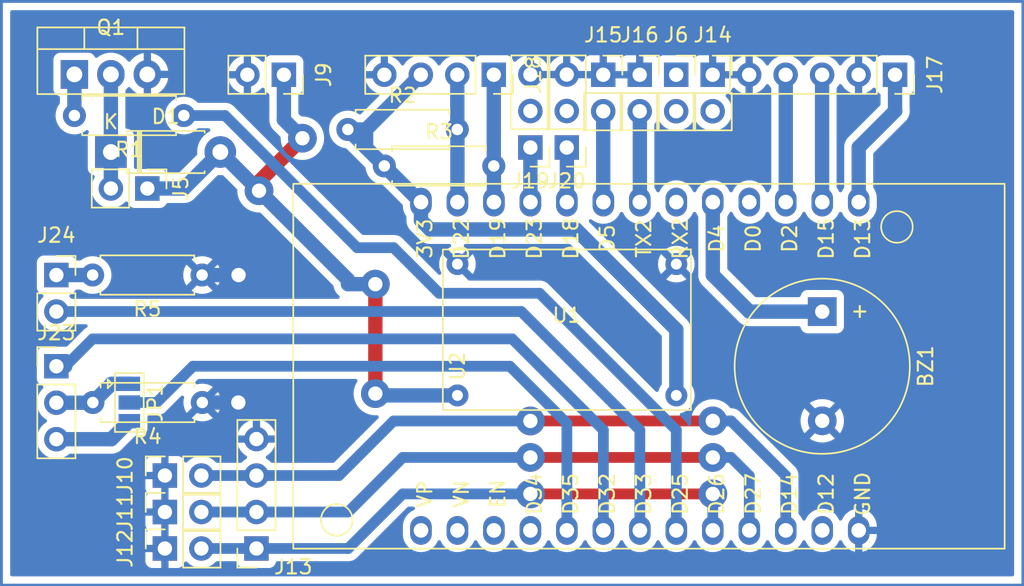
<source format=kicad_pcb>
(kicad_pcb (version 20211014) (generator pcbnew)
  (title_block (title "G4 Controller Board") (rev "1.0"))
  (layers (0 "F.Cu" signal) (31 "B.Cu" signal) (34 "B.Paste" user) (35 "F.Paste" user) (36 "B.SilkS" user "B.Silkscreen") (37 "F.SilkS" user "F.Silkscreen") (38 "B.Mask" user) (39 "F.Mask" user) (44 "Edge.Cuts" user))
  (net 0 "")
  (net 1 "/Buzzer")
  (net 2 "GND")
  (net 3 "Net-(D1-Pad1)")
  (net 4 "Net-(J6-Pad1)")
  (net 5 "Net-(J6-Pad2)")
  (net 6 "/Preset A")
  (net 7 "/Preset B")
  (net 8 "/Preset C")
  (net 9 "/RevTrg")
  (net 10 "/FireTrg")
  (net 11 "/MagTrg")
  (net 12 "/Encoder Switch")
  (net 13 "/Encoder B")
  (net 14 "/Encoder A")
  (net 15 "/SDA{slash}SDI (Data)")
  (net 16 "/SCL{slash}SCK (Clock)")
  (net 17 "+3V3")
  (net 18 "/ESC Right")
  (net 19 "/ESC Left")
  (net 21 "/IR Emitter")
  (net 22 "Net-(Q1-Pad1)")
  (net 23 "/PUSHER PIN")
  (net 24 "+12V")
  (net 29 "/IR Reciever")
  (net 33 "/IR Rec. Supply")
  (net 35 "Net-(J23-Pad2)")
  (net 36 "Net-(J23-Pad3)")
  (net 37 "Net-(J24-Pad1)")
  (footprint "Jumper:SolderJumper-3_P1.3mm_Open_Pad1.0x1.5mm" (layer "F.Cu") (at 101.615 90.155 -90)
    (fp_text reference "JP1" (at 0 -1.8 90) (layer "F.SilkS"))
    (fp_text value "Jumper_3_Bridged12")
    (fp_line (start -1.3 1.2) (end -1.6 1.5) (layer "F.SilkS") (width 0.12))
    (fp_line (start -1.3 1.2) (end -1 1.5) (layer "F.SilkS") (width 0.12))
    (fp_line (start -2.05 1) (end -2.05 -1) (layer "F.SilkS") (width 0.12))
    (fp_line (start -1.6 1.5) (end -1 1.5) (layer "F.SilkS") (width 0.12))
    (fp_line (start -2.05 -1) (end 2.05 -1) (layer "F.SilkS") (width 0.12))
    (fp_line (start 2.05 -1) (end 2.05 1) (layer "F.SilkS") (width 0.12))
    (fp_line (start 2.05 1) (end -2.05 1) (layer "F.SilkS") (width 0.12))
    (pad "1" smd rect (at -1.3 0 270) (size 1 1.5) (layers "B.Cu" "F.Mask") (net 35 "Net-(J23-Pad2)"))
    (pad "2" smd rect (at 0 0 270) (size 1 1.5) (layers "B.Cu" "F.Mask") (net 29 "/IR Reciever"))
    (pad "3" smd rect (at 1.3 0 270) (size 1 1.5) (layers "B.Cu" "F.Mask") (net 36 "Net-(J23-Pad3)"))
  )
  (footprint "Connector_PinHeader_2.54mm:PinHeader_1x03_P2.54mm_Vertical" (layer "F.Cu") (at 129.54 72.4 180)
    (fp_text reference "J19" (at 0 -2.33) (layer "F.SilkS"))
    (fp_text value "ESC Right")
    (fp_line (start -1.33 -1.33) (end 0 -1.33) (layer "F.SilkS") (width 0.12))
    (fp_line (start -1.33 0) (end -1.33 -1.33) (layer "F.SilkS") (width 0.12))
    (fp_line (start -1.33 1.27) (end 1.33 1.27) (layer "F.SilkS") (width 0.12))
    (fp_line (start -1.33 1.27) (end -1.33 6.41) (layer "F.SilkS") (width 0.12))
    (fp_line (start 1.33 1.27) (end 1.33 6.41) (layer "F.SilkS") (width 0.12))
    (fp_line (start -1.33 6.41) (end 1.33 6.41) (layer "F.SilkS") (width 0.12))
    (pad "1" thru_hole rect (at 0 0 180) (size 1.7 1.7) (drill 1) (layers *.Cu *.Mask) (net 18 "/ESC Right"))
    (pad "2" thru_hole oval (at 0 2.54 180) (size 1.7 1.7) (drill 1) (layers *.Cu *.Mask))
    (pad "3" thru_hole oval (at 0 5.08 180) (size 1.7 1.7) (drill 1) (layers *.Cu *.Mask) (net 2 "GND"))
  )
  (footprint "Connector_PinSocket_2.54mm:PinSocket_1x05_P2.54mm_Vertical" (layer "F.Cu") (at 154.93 67.335 -90)
    (fp_text reference "J17" (at 0 -2.77 90) (layer "F.SilkS"))
    (fp_text value "Rotary Encoder")
    (fp_line (start 1.33 1.27) (end 1.33 11.49) (layer "F.SilkS") (width 0.12))
    (fp_line (start -1.33 1.27) (end 1.33 1.27) (layer "F.SilkS") (width 0.12))
    (fp_line (start 1.33 -1.33) (end 1.33 0) (layer "F.SilkS") (width 0.12))
    (fp_line (start -1.33 1.27) (end -1.33 11.49) (layer "F.SilkS") (width 0.12))
    (fp_line (start -1.33 11.49) (end 1.33 11.49) (layer "F.SilkS") (width 0.12))
    (fp_line (start 0 -1.33) (end 1.33 -1.33) (layer "F.SilkS") (width 0.12))
    (pad "1" thru_hole rect (at 0 0 270) (size 1.7 1.7) (drill 1) (layers *.Cu *.Mask) (net 12 "/Encoder Switch"))
    (pad "2" thru_hole oval (at 0 2.54 270) (size 1.7 1.7) (drill 1) (layers *.Cu *.Mask) (net 2 "GND"))
    (pad "3" thru_hole oval (at 0 5.08 270) (size 1.7 1.7) (drill 1) (layers *.Cu *.Mask) (net 13 "/Encoder B"))
    (pad "4" thru_hole oval (at 0 7.62 270) (size 1.7 1.7) (drill 1) (layers *.Cu *.Mask) (net 14 "/Encoder A"))
    (pad "5" thru_hole oval (at 0 10.16 270) (size 1.7 1.7) (drill 1) (layers *.Cu *.Mask) (net 2 "GND"))
  )
  (footprint "Connector_PinSocket_2.54mm:PinSocket_1x02_P2.54mm_Vertical" (layer "F.Cu") (at 137.15 67.335)
    (fp_text reference "J16" (at 0 -2.77) (layer "F.SilkS"))
    (fp_text value "Magazine Removal Trigger")
    (fp_line (start -1.33 1.27) (end -1.33 3.87) (layer "F.SilkS") (width 0.12))
    (fp_line (start 1.33 1.27) (end 1.33 3.87) (layer "F.SilkS") (width 0.12))
    (fp_line (start 0 -1.33) (end 1.33 -1.33) (layer "F.SilkS") (width 0.12))
    (fp_line (start 1.33 -1.33) (end 1.33 0) (layer "F.SilkS") (width 0.12))
    (fp_line (start -1.33 1.27) (end 1.33 1.27) (layer "F.SilkS") (width 0.12))
    (fp_line (start -1.33 3.87) (end 1.33 3.87) (layer "F.SilkS") (width 0.12))
    (pad "1" thru_hole rect (at 0 0) (size 1.7 1.7) (drill 1) (layers *.Cu *.Mask) (net 2 "GND"))
    (pad "2" thru_hole oval (at 0 2.54) (size 1.7 1.7) (drill 1) (layers *.Cu *.Mask) (net 11 "/MagTrg"))
  )
  (footprint "Resistor_THT:R_Axial_DIN0207_L6.3mm_D2.5mm_P7.62mm_Horizontal" (layer "F.Cu") (at 119.37 73.685)
    (fp_text reference "R3" (at 3.81 -2.37) (layer "F.SilkS"))
    (fp_text value "2.4k Ohm")
    (fp_line (start 0.54 1.37) (end 7.08 1.37) (layer "F.SilkS") (width 0.12))
    (fp_line (start 0.54 1.04) (end 0.54 1.37) (layer "F.SilkS") (width 0.12))
    (fp_line (start 0.54 -1.04) (end 0.54 -1.37) (layer "F.SilkS") (width 0.12))
    (fp_line (start 0.54 -1.37) (end 7.08 -1.37) (layer "F.SilkS") (width 0.12))
    (fp_line (start 7.08 1.37) (end 7.08 1.04) (layer "F.SilkS") (width 0.12))
    (fp_line (start 7.08 -1.37) (end 7.08 -1.04) (layer "F.SilkS") (width 0.12))
    (pad "1" thru_hole circle (at 0 0) (size 1.6 1.6) (drill 0.8) (layers *.Cu *.Mask) (net 17 "+3V3"))
    (pad "2" thru_hole oval (at 7.62 0) (size 1.6 1.6) (drill 0.8) (layers *.Cu *.Mask) (net 15 "/SDA{slash}SDI (Data)"))
  )
  (footprint "Diode_THT:D_DO-41_SOD81_P7.62mm_Horizontal" (layer "F.Cu") (at 100.33 72.715)
    (fp_text reference "D1" (at 3.81 -2.47) (layer "F.SilkS"))
    (fp_text value "IN4001")
    (fp_text user "K" (at 0 -2.1) (layer "F.SilkS"))
    (fp_line (start 2.11 -1.47) (end 2.11 1.47) (layer "F.SilkS") (width 0.12))
    (fp_line (start 6.53 1.47) (end 6.53 1.34) (layer "F.SilkS") (width 0.12))
    (fp_line (start 1.87 -1.47) (end 1.87 1.47) (layer "F.SilkS") (width 0.12))
    (fp_line (start 1.09 -1.47) (end 6.53 -1.47) (layer "F.SilkS") (width 0.12))
    (fp_line (start 1.99 -1.47) (end 1.99 1.47) (layer "F.SilkS") (width 0.12))
    (fp_line (start 1.09 -1.34) (end 1.09 -1.47) (layer "F.SilkS") (width 0.12))
    (fp_line (start 6.53 -1.47) (end 6.53 -1.34) (layer "F.SilkS") (width 0.12))
    (fp_line (start 1.09 1.34) (end 1.09 1.47) (layer "F.SilkS") (width 0.12))
    (fp_line (start 1.09 1.47) (end 6.53 1.47) (layer "F.SilkS") (width 0.12))
    (pad "1" thru_hole rect (at 0 0) (size 2.2 2.2) (drill 1.1) (layers *.Cu *.Mask) (net 3 "Net-(D1-Pad1)"))
    (pad "2" thru_hole oval (at 7.62 0) (size 2.2 2.2) (drill 1.1) (layers *.Cu *.Mask) (net 24 "+12V"))
  )
  (footprint "Connector_PinSocket_2.54mm:PinSocket_1x02_P2.54mm_Vertical" (layer "F.Cu") (at 96.535 81.28)
    (fp_text reference "J24" (at 0 -2.77) (layer "F.SilkS"))
    (fp_text value "IR LED Emitter")
    (fp_line (start 0 -1.33) (end 1.33 -1.33) (layer "F.SilkS") (width 0.12))
    (fp_line (start -1.33 1.27) (end -1.33 3.87) (layer "F.SilkS") (width 0.12))
    (fp_line (start -1.33 1.27) (end 1.33 1.27) (layer "F.SilkS") (width 0.12))
    (fp_line (start 1.33 -1.33) (end 1.33 0) (layer "F.SilkS") (width 0.12))
    (fp_line (start -1.33 3.87) (end 1.33 3.87) (layer "F.SilkS") (width 0.12))
    (fp_line (start 1.33 1.27) (end 1.33 3.87) (layer "F.SilkS") (width 0.12))
    (pad "1" thru_hole rect (at 0 0) (size 1.7 1.7) (drill 1) (layers *.Cu *.Mask) (net 37 "Net-(J24-Pad1)"))
    (pad "2" thru_hole oval (at 0 2.54) (size 1.7 1.7) (drill 1) (layers *.Cu *.Mask) (net 21 "/IR Emitter"))
  )
  (footprint "Connector_PinSocket_2.54mm:PinSocket_1x02_P2.54mm_Vertical" (layer "F.Cu") (at 112.375 67.335 -90)
    (fp_text reference "J9" (at 0 -2.77 90) (layer "F.SilkS"))
    (fp_text value "12 Volts In")
    (fp_line (start 0 -1.33) (end 1.33 -1.33) (layer "F.SilkS") (width 0.12))
    (fp_line (start -1.33 1.27) (end 1.33 1.27) (layer "F.SilkS") (width 0.12))
    (fp_line (start 1.33 1.27) (end 1.33 3.87) (layer "F.SilkS") (width 0.12))
    (fp_line (start -1.33 1.27) (end -1.33 3.87) (layer "F.SilkS") (width 0.12))
    (fp_line (start -1.33 3.87) (end 1.33 3.87) (layer "F.SilkS") (width 0.12))
    (fp_line (start 1.33 -1.33) (end 1.33 0) (layer "F.SilkS") (width 0.12))
    (pad "1" thru_hole rect (at 0 0 270) (size 1.7 1.7) (drill 1) (layers *.Cu *.Mask) (net 24 "+12V"))
    (pad "2" thru_hole oval (at 0 2.54 270) (size 1.7 1.7) (drill 1) (layers *.Cu *.Mask) (net 2 "GND"))
  )
  (footprint "Connector_PinSocket_2.54mm:PinSocket_1x02_P2.54mm_Vertical" (layer "F.Cu") (at 104.09 95.24 90)
    (fp_text reference "J10" (at 0 -2.77 90) (layer "F.SilkS"))
    (fp_text value "Preset A")
    (fp_line (start 1.33 -1.33) (end 1.33 0) (layer "F.SilkS") (width 0.12))
    (fp_line (start -1.33 1.27) (end 1.33 1.27) (layer "F.SilkS") (width 0.12))
    (fp_line (start 0 -1.33) (end 1.33 -1.33) (layer "F.SilkS") (width 0.12))
    (fp_line (start 1.33 1.27) (end 1.33 3.87) (layer "F.SilkS") (width 0.12))
    (fp_line (start -1.33 1.27) (end -1.33 3.87) (layer "F.SilkS") (width 0.12))
    (fp_line (start -1.33 3.87) (end 1.33 3.87) (layer "F.SilkS") (width 0.12))
    (pad "1" thru_hole rect (at 0 0 90) (size 1.7 1.7) (drill 1) (layers *.Cu *.Mask) (net 2 "GND"))
    (pad "2" thru_hole oval (at 0 2.54 90) (size 1.7 1.7) (drill 1) (layers *.Cu *.Mask) (net 6 "/Preset A"))
  )
  (footprint "Connector_PinSocket_2.54mm:PinSocket_1x02_P2.54mm_Vertical" (layer "F.Cu") (at 134.61 67.335)
    (fp_text reference "J15" (at 0 -2.77) (layer "F.SilkS"))
    (fp_text value "Fire Trigger")
    (fp_line (start 1.33 1.27) (end 1.33 3.87) (layer "F.SilkS") (width 0.12))
    (fp_line (start 1.33 -1.33) (end 1.33 0) (layer "F.SilkS") (width 0.12))
    (fp_line (start -1.33 3.87) (end 1.33 3.87) (layer "F.SilkS") (width 0.12))
    (fp_line (start -1.33 1.27) (end -1.33 3.87) (layer "F.SilkS") (width 0.12))
    (fp_line (start 0 -1.33) (end 1.33 -1.33) (layer "F.SilkS") (width 0.12))
    (fp_line (start -1.33 1.27) (end 1.33 1.27) (layer "F.SilkS") (width 0.12))
    (pad "1" thru_hole rect (at 0 0) (size 1.7 1.7) (drill 1) (layers *.Cu *.Mask) (net 2 "GND"))
    (pad "2" thru_hole oval (at 0 2.54) (size 1.7 1.7) (drill 1) (layers *.Cu *.Mask) (net 10 "/FireTrg"))
  )
  (footprint "Resistor_THT:R_Axial_DIN0207_L6.3mm_D2.5mm_P7.62mm_Horizontal" (layer "F.Cu") (at 106.695 90.155 180)
    (fp_text reference "R4" (at 3.81 -2.37) (layer "F.SilkS"))
    (fp_text value "10K Ohm")
    (fp_line (start 7.08 -1.37) (end 7.08 -1.04) (layer "F.SilkS") (width 0.12))
    (fp_line (start 0.54 1.37) (end 7.08 1.37) (layer "F.SilkS") (width 0.12))
    (fp_line (start 7.08 1.37) (end 7.08 1.04) (layer "F.SilkS") (width 0.12))
    (fp_line (start 0.54 1.04) (end 0.54 1.37) (layer "F.SilkS") (width 0.12))
    (fp_line (start 0.54 -1.04) (end 0.54 -1.37) (layer "F.SilkS") (width 0.12))
    (fp_line (start 0.54 -1.37) (end 7.08 -1.37) (layer "F.SilkS") (width 0.12))
    (pad "1" thru_hole circle (at 0 0 180) (size 1.6 1.6) (drill 0.8) (layers *.Cu *.Mask) (net 2 "GND"))
    (pad "2" thru_hole oval (at 7.62 0 180) (size 1.6 1.6) (drill 0.8) (layers *.Cu *.Mask) (net 35 "Net-(J23-Pad2)"))
  )
  (footprint "Package_TO_SOT_THT:TO-220-3_Vertical" (layer "F.Cu") (at 97.79 67.31)
    (fp_text reference "Q1" (at 2.54 -3.27) (layer "F.SilkS"))
    (fp_text value "IRF540N")
    (fp_line (start 4.391 -3.27) (end 4.391 -1.76) (layer "F.SilkS") (width 0.12))
    (fp_line (start -2.58 -1.76) (end 7.66 -1.76) (layer "F.SilkS") (width 0.12))
    (fp_line (start 0.69 -3.27) (end 0.69 -1.76) (layer "F.SilkS") (width 0.12))
    (fp_line (start -2.58 -3.27) (end 7.66 -3.27) (layer "F.SilkS") (width 0.12))
    (fp_line (start -2.58 -3.27) (end -2.58 1.371) (layer "F.SilkS") (width 0.12))
    (fp_line (start 7.66 -3.27) (end 7.66 1.371) (layer "F.SilkS") (width 0.12))
    (fp_line (start -2.58 1.371) (end 7.66 1.371) (layer "F.SilkS") (width 0.12))
    (pad "1" thru_hole rect (at 0 0) (size 1.905 2) (drill 1.1) (layers *.Cu *.Mask) (net 22 "Net-(Q1-Pad1)"))
    (pad "2" thru_hole oval (at 2.54 0) (size 1.905 2) (drill 1.1) (layers *.Cu *.Mask) (net 3 "Net-(D1-Pad1)"))
    (pad "3" thru_hole oval (at 5.08 0) (size 1.905 2) (drill 1.1) (layers *.Cu *.Mask) (net 2 "GND"))
  )
  (footprint "Connector_PinSocket_2.54mm:PinSocket_1x02_P2.54mm_Vertical" (layer "F.Cu") (at 142.23 67.335)
    (fp_text reference "J14" (at 0 -2.77) (layer "F.SilkS"))
    (fp_text value "Rev Trigger (Optional)")
    (fp_line (start -1.33 1.27) (end 1.33 1.27) (layer "F.SilkS") (width 0.12))
    (fp_line (start -1.33 3.87) (end 1.33 3.87) (layer "F.SilkS") (width 0.12))
    (fp_line (start -1.33 1.27) (end -1.33 3.87) (layer "F.SilkS") (width 0.12))
    (fp_line (start 1.33 -1.33) (end 1.33 0) (layer "F.SilkS") (width 0.12))
    (fp_line (start 0 -1.33) (end 1.33 -1.33) (layer "F.SilkS") (width 0.12))
    (fp_line (start 1.33 1.27) (end 1.33 3.87) (layer "F.SilkS") (width 0.12))
    (pad "1" thru_hole rect (at 0 0) (size 1.7 1.7) (drill 1) (layers *.Cu *.Mask) (net 2 "GND"))
    (pad "2" thru_hole oval (at 0 2.54) (size 1.7 1.7) (drill 1) (layers *.Cu *.Mask) (net 9 "/RevTrg"))
  )
  (footprint "My_Library:Mini360" (layer "F.Cu") (at 132.08 85.09)
    (fp_text reference "U1" (at 0 -1.008 unlocked) (layer "F.SilkS"))
    (fp_text value "Mini360")
    (fp_rect (start 8.636 -5.588) (end -8.636 5.588) (layer "F.SilkS") (width 0.12) (fill none))
    (pad "1" thru_hole circle (at -7.62 -4.572) (size 1.524 1.524) (drill 0.762) (layers *.Cu *.Mask) (net 2 "GND"))
    (pad "2" thru_hole circle (at -7.62 4.572) (size 1.524 1.524) (drill 0.762) (layers *.Cu *.Mask) (net 24 "+12V"))
    (pad "3" thru_hole circle (at 7.62 -4.572) (size 1.524 1.524) (drill 0.762) (layers *.Cu *.Mask) (net 2 "GND"))
    (pad "4" thru_hole circle (at 7.62 4.572) (size 1.524 1.524) (drill 0.762) (layers *.Cu *.Mask) (net 17 "+3V3"))
  )
  (footprint "Connector_PinSocket_2.54mm:PinSocket_1x02_P2.54mm_Vertical" (layer "F.Cu") (at 139.69 67.335)
    (fp_text reference "J6" (at 0 -2.77) (layer "F.SilkS"))
    (fp_text value "Fire Trigger")
    (fp_line (start -1.33 1.27) (end 1.33 1.27) (layer "F.SilkS") (width 0.12))
    (fp_line (start -1.33 1.27) (end -1.33 3.87) (layer "F.SilkS") (width 0.12))
    (fp_line (start 1.33 -1.33) (end 1.33 0) (layer "F.SilkS") (width 0.12))
    (fp_line (start 0 -1.33) (end 1.33 -1.33) (layer "F.SilkS") (width 0.12))
    (fp_line (start 1.33 1.27) (end 1.33 3.87) (layer "F.SilkS") (width 0.12))
    (fp_line (start -1.33 3.87) (end 1.33 3.87) (layer "F.SilkS") (width 0.12))
    (pad "1" thru_hole rect (at 0 0) (size 1.7 1.7) (drill 1) (layers *.Cu *.Mask) (net 4 "Net-(J6-Pad1)"))
    (pad "2" thru_hole oval (at 0 2.54) (size 1.7 1.7) (drill 1) (layers *.Cu *.Mask) (net 5 "Net-(J6-Pad2)"))
  )
  (footprint "Resistor_THT:R_Axial_DIN0207_L6.3mm_D2.5mm_P7.62mm_Horizontal" (layer "F.Cu") (at 116.83 71.145)
    (fp_text reference "R2" (at 3.81 -2.37) (layer "F.SilkS"))
    (fp_text value "2.4k Ohm")
    (fp_line (start 0.54 -1.04) (end 0.54 -1.37) (layer "F.SilkS") (width 0.12))
    (fp_line (start 7.08 -1.37) (end 7.08 -1.04) (layer "F.SilkS") (width 0.12))
    (fp_line (start 0.54 1.04) (end 0.54 1.37) (layer "F.SilkS") (width 0.12))
    (fp_line (start 0.54 -1.37) (end 7.08 -1.37) (layer "F.SilkS") (width 0.12))
    (fp_line (start 7.08 1.37) (end 7.08 1.04) (layer "F.SilkS") (width 0.12))
    (fp_line (start 0.54 1.37) (end 7.08 1.37) (layer "F.SilkS") (width 0.12))
    (pad "1" thru_hole circle (at 0 0) (size 1.6 1.6) (drill 0.8) (layers *.Cu *.Mask) (net 17 "+3V3"))
    (pad "2" thru_hole oval (at 7.62 0) (size 1.6 1.6) (drill 0.8) (layers *.Cu *.Mask) (net 16 "/SCL{slash}SCK (Clock)"))
  )
  (footprint "Connector_PinHeader_2.54mm:PinHeader_1x02_P2.54mm_Vertical" (layer "F.Cu") (at 102.87 75.255 -90)
    (fp_text reference "J5" (at 0 -2.33 90) (layer "F.SilkS"))
    (fp_text value "Solenoid")
    (fp_line (start -1.33 3.87) (end 1.33 3.87) (layer "F.SilkS") (width 0.12))
    (fp_line (start -1.33 1.27) (end 1.33 1.27) (layer "F.SilkS") (width 0.12))
    (fp_line (start -1.33 -1.33) (end 0 -1.33) (layer "F.SilkS") (width 0.12))
    (fp_line (start -1.33 0) (end -1.33 -1.33) (layer "F.SilkS") (width 0.12))
    (fp_line (start 1.33 1.27) (end 1.33 3.87) (layer "F.SilkS") (width 0.12))
    (fp_line (start -1.33 1.27) (end -1.33 3.87) (layer "F.SilkS") (width 0.12))
    (pad "1" thru_hole rect (at 0 0 270) (size 1.7 1.7) (drill 1) (layers *.Cu *.Mask) (net 24 "+12V"))
    (pad "2" thru_hole oval (at 0 2.54 270) (size 1.7 1.7) (drill 1) (layers *.Cu *.Mask) (net 3 "Net-(D1-Pad1)"))
  )
  (footprint "Espressif:ESP32-LOLIN32-Lite" (layer "F.Cu") (at 137.16 87.63 90)
    (fp_text reference "U2" (at 0 -12.7 90 unlocked) (layer "F.SilkS"))
    (fp_text value "ESP32-LOLIN32-Lite")
    (fp_text user "3V3" (at 8.89 -14.965 90 unlocked) (layer "F.SilkS"))
    (fp_text user "D25" (at -8.89 2.815 90 unlocked) (layer "F.SilkS"))
    (fp_text user "D14" (at -8.89 10.435 90 unlocked) (layer "F.SilkS"))
    (fp_text user "RX2" (at 8.89 2.815 90 unlocked) (layer "F.SilkS"))
    (fp_text user "D13" (at 8.89 15.515 90 unlocked) (layer "F.SilkS"))
    (fp_text user "VP" (at -8.89 -14.965 90 unlocked) (layer "F.SilkS"))
    (fp_text user "D23" (at 8.89 -7.345 90 unlocked) (layer "F.SilkS"))
    (fp_text user "D12" (at -8.89 12.975 90 unlocked) (layer "F.SilkS"))
    (fp_text user "D19" (at 8.89 -9.885 90 unlocked) (layer "F.SilkS"))
    (fp_text user "D26" (at -8.89 5.355 90 unlocked) (layer "F.SilkS"))
    (fp_text user "GND" (at -8.89 15.515 90 unlocked) (layer "F.SilkS"))
    (fp_text user "D34" (at -8.89 -7.345 90 unlocked) (layer "F.SilkS"))
    (fp_text user "D22" (at 8.89 -12.425 90 unlocked) (layer "F.SilkS"))
    (fp_text user "D4" (at 8.89 5.355 90 unlocked) (layer "F.SilkS"))
    (fp_text user "TX2" (at 8.89 0.275 90 unlocked) (layer "F.SilkS"))
    (fp_text user "D15" (at 8.89 12.975 90 unlocked) (layer "F.SilkS"))
    (fp_text user "D27" (at -8.89 7.895 90 unlocked) (layer "F.SilkS"))
    (fp_text user "D2" (at 8.89 10.435 90 unlocked) (layer "F.SilkS"))
    (fp_text user "D5" (at 8.89 -2.265 90 unlocked) (layer "F.SilkS"))
    (fp_text user "D0" (at 8.89 7.895 90 unlocked) (layer "F.SilkS"))
    (fp_text user "EN" (at -8.89 -9.885 90 unlocked) (layer "F.SilkS"))
    (fp_text user "D33" (at -8.89 0.275 90 unlocked) (layer "F.SilkS"))
    (fp_text user "VN" (at -8.89 -12.425 90 unlocked) (layer "F.SilkS"))
    (fp_text user "D18" (at 8.89 -4.805 90 unlocked) (layer "F.SilkS"))
    (fp_text user "D32" (at -8.89 -2.265 90 unlocked) (layer "F.SilkS"))
    (fp_text user "D35" (at -8.89 -4.805 90 unlocked) (layer "F.SilkS"))
    (fp_rect (start -12.7 25.4) (end 12.7 -24.13) (layer "F.SilkS") (width 0.12) (fill none))
    (fp_circle (center -10.7 -21.1) (end -10.7 -22.2) (layer "F.SilkS") (width 0.12) (fill none))
    (fp_circle (center 9.7 17.9) (end 9.7 16.8) (layer "F.SilkS") (width 0.12) (fill none))
    (pad "5" thru_hole oval (at -11.43 -15.24 90) (size 2 1.5) (drill 1.02) (layers *.Cu *.Mask))
    (pad "8" thru_hole oval (at -11.43 -12.7 90) (size 2 1.5) (drill 1.02) (layers *.Cu *.Mask))
    (pad "9" thru_hole oval (at -11.43 -10.16 90) (size 2 1.5) (drill 1.02) (layers *.Cu *.Mask))
    (pad "10" thru_hole oval (at -11.43 -7.62 90) (size 2 1.5) (drill 1.02) (layers *.Cu *.Mask))
    (pad "11" thru_hole oval (at -11.43 -5.08 90) (size 2 1.5) (drill 1.02) (layers *.Cu *.Mask) (net 29 "/IR Reciever"))
    (pad "12" thru_hole oval (at -11.43 -2.54 90) (size 2 1.5) (drill 1.02) (layers *.Cu *.Mask) (net 33 "/IR Rec. Supply"))
    (pad "13" thru_hole oval (at -11.43 0 90) (size 2 1.5) (drill 1.02) (layers *.Cu *.Mask) (net 21 "/IR Emitter"))
    (pad "14" thru_hole oval (at -11.43 2.54 90) (size 2 1.5) (drill 1.02) (layers *.Cu *.Mask) (net 23 "/PUSHER PIN"))
    (pad "15" thru_hole oval (at -11.43 5.08 90) (size 2 1.5) (drill 1.02) (layers *.Cu *.Mask) (net 8 "/Preset C"))
    (pad "16" thru_hole oval (at -11.43 7.62 90) (size 2 1.5) (drill 1.02) (layers *.Cu *.Mask) (net 7 "/Preset B"))
    (pad "17" thru_hole oval (at -11.43 10.16 90) (size 2 1.5) (drill 1.02) (layers *.Cu *.Mask) (net 6 "/Preset A"))
    (pad "18" thru_hole oval (at -11.43 12.7 90) (size 2 1.5) (drill 1.02) (layers *.Cu *.Mask))
    (pad "19" thru_hole oval (at -11.43 15.24 90) (size 2 1.5) (drill 1.02) (layers *.Cu *.Mask) (net 2 "GND"))
    (pad "20" thru_hole oval (at 11.43 15.24 90) (size 2 1.5) (drill 1.02) (layers *.Cu *.Mask) (net 12 "/Encoder Switch"))
    (pad "21" thru_hole oval (at 11.43 12.7 90) (size 2 1.5) (drill 1.02) (layers *.Cu *.Mask) (net 13 "/Encoder B"))
    (pad "22" thru_hole oval (at 11.43 10.16 90) (size 2 1.5) (drill 1.02) (layers *.Cu *.Mask) (net 14 "/Encoder A"))
    (pad "23" thru_hole oval (at 11.43 7.62 90) (size 2 1.5) (drill 1.02) (layers *.Cu *.Mask))
    (pad "24" thru_hole oval (at 11.43 5.08 90) (size 2 1.5) (drill 1.02) (layers *.Cu *.Mask) (net 1 "/Buzzer"))
    (pad "25" thru_hole oval (at 11.43 2.54 90) (size 2 1.5) (drill 1.02) (layers *.Cu *.Mask))
    (pad "27" thru_hole oval (at 11.43 0 90) (size 2 1.5) (drill 1.02) (layers *.Cu *.Mask) (net 11 "/MagTrg"))
    (pad "34" thru_hole oval (at 11.43 -2.54 90) (size 2 1.5) (drill 1.02) (layers *.Cu *.Mask) (net 10 "/FireTrg"))
    (pad "35" thru_hole oval (at 11.43 -5.08 90) (size 2 1.5) (drill 1.02) (layers *.Cu *.Mask) (net 19 "/ESC Left"))
    (pad "36" thru_hole oval (at 11.43 -7.62 90) (size 2 1.5) (drill 1.02) (layers *.Cu *.Mask) (net 18 "/ESC Right"))
    (pad "38" thru_hole oval (at 11.43 -10.16 90) (size 2 1.5) (drill 1.02) (layers *.Cu *.Mask) (net 15 "/SDA{slash}SDI (Data)"))
    (pad "39" thru_hole oval (at 11.43 -12.7 90) (size 2 1.5) (drill 1.02) (layers *.Cu *.Mask) (net 16 "/SCL{slash}SCK (Clock)"))
    (pad "40" thru_hole oval (at 11.43 -15.24 90) (size 2 1.5) (drill 1.02) (layers *.Cu *.Mask) (net 17 "+3V3"))
  )
  (footprint "Resistor_THT:R_Axial_DIN0207_L6.3mm_D2.5mm_P7.62mm_Horizontal" (layer "F.Cu") (at 105.41 70.175 180)
    (fp_text reference "R1" (at 3.81 -2.37) (layer "F.SilkS"))
    (fp_text value "220")
    (fp_line (start 7.08 1.37) (end 7.08 1.04) (layer "F.SilkS") (width 0.12))
    (fp_line (start 0.54 -1.04) (end 0.54 -1.37) (layer "F.SilkS") (width 0.12))
    (fp_line (start 7.08 -1.37) (end 7.08 -1.04) (layer "F.SilkS") (width 0.12))
    (fp_line (start 0.54 1.37) (end 7.08 1.37) (layer "F.SilkS") (width 0.12))
    (fp_line (start 0.54 -1.37) (end 7.08 -1.37) (layer "F.SilkS") (width 0.12))
    (fp_line (start 0.54 1.04) (end 0.54 1.37) (layer "F.SilkS") (width 0.12))
    (pad "1" thru_hole circle (at 0 0 180) (size 1.6 1.6) (drill 0.8) (layers *.Cu *.Mask) (net 23 "/PUSHER PIN"))
    (pad "2" thru_hole oval (at 7.62 0 180) (size 1.6 1.6) (drill 0.8) (layers *.Cu *.Mask) (net 22 "Net-(Q1-Pad1)"))
  )
  (footprint "Connector_PinSocket_2.54mm:PinSocket_1x02_P2.54mm_Vertical" (layer "F.Cu") (at 104.09 97.78 90)
    (fp_text reference "J11" (at 0 -2.77 90) (layer "F.SilkS"))
    (fp_text value "Preset B")
    (fp_line (start 1.33 -1.33) (end 1.33 0) (layer "F.SilkS") (width 0.12))
    (fp_line (start 0 -1.33) (end 1.33 -1.33) (layer "F.SilkS") (width 0.12))
    (fp_line (start -1.33 1.27) (end 1.33 1.27) (layer "F.SilkS") (width 0.12))
    (fp_line (start 1.33 1.27) (end 1.33 3.87) (layer "F.SilkS") (width 0.12))
    (fp_line (start -1.33 3.87) (end 1.33 3.87) (layer "F.SilkS") (width 0.12))
    (fp_line (start -1.33 1.27) (end -1.33 3.87) (layer "F.SilkS") (width 0.12))
    (pad "1" thru_hole rect (at 0 0 90) (size 1.7 1.7) (drill 1) (layers *.Cu *.Mask) (net 2 "GND"))
    (pad "2" thru_hole oval (at 0 2.54 90) (size 1.7 1.7) (drill 1) (layers *.Cu *.Mask) (net 7 "/Preset B"))
  )
  (footprint "Connector_PinHeader_2.54mm:PinHeader_1x03_P2.54mm_Vertical" (layer "F.Cu") (at 132.07 72.4 180)
    (fp_text reference "J20" (at 0 -2.33) (layer "F.SilkS"))
    (fp_text value "ESC Left")
    (fp_line (start -1.33 1.27) (end 1.33 1.27) (layer "F.SilkS") (width 0.12))
    (fp_line (start -1.33 0) (end -1.33 -1.33) (layer "F.SilkS") (width 0.12))
    (fp_line (start -1.33 1.27) (end -1.33 6.41) (layer "F.SilkS") (width 0.12))
    (fp_line (start -1.33 6.41) (end 1.33 6.41) (layer "F.SilkS") (width 0.12))
    (fp_line (start 1.33 1.27) (end 1.33 6.41) (layer "F.SilkS") (width 0.12))
    (fp_line (start -1.33 -1.33) (end 0 -1.33) (layer "F.SilkS") (width 0.12))
    (pad "1" thru_hole rect (at 0 0 180) (size 1.7 1.7) (drill 1) (layers *.Cu *.Mask) (net 19 "/ESC Left"))
    (pad "2" thru_hole oval (at 0 2.54 180) (size 1.7 1.7) (drill 1) (layers *.Cu *.Mask))
    (pad "3" thru_hole oval (at 0 5.08 180) (size 1.7 1.7) (drill 1) (layers *.Cu *.Mask) (net 2 "GND"))
  )
  (footprint "Connector_PinHeader_2.54mm:PinHeader_1x03_P2.54mm_Vertical" (layer "F.Cu") (at 96.535 87.63)
    (fp_text reference "J23" (at 0 -2.33) (layer "F.SilkS"))
    (fp_text value "IR LED Rec.")
    (fp_line (start -1.33 1.27) (end -1.33 6.41) (layer "F.SilkS") (width 0.12))
    (fp_line (start -1.33 0) (end -1.33 -1.33) (layer "F.SilkS") (width 0.12))
    (fp_line (start 1.33 1.27) (end 1.33 6.41) (layer "F.SilkS") (width 0.12))
    (fp_line (start -1.33 1.27) (end 1.33 1.27) (layer "F.SilkS") (width 0.12))
    (fp_line (start -1.33 6.41) (end 1.33 6.41) (layer "F.SilkS") (width 0.12))
    (fp_line (start -1.33 -1.33) (end 0 -1.33) (layer "F.SilkS") (width 0.12))
    (pad "1" thru_hole rect (at 0 0) (size 1.7 1.7) (drill 1) (layers *.Cu *.Mask) (net 33 "/IR Rec. Supply"))
    (pad "2" thru_hole oval (at 0 2.54) (size 1.7 1.7) (drill 1) (layers *.Cu *.Mask) (net 35 "Net-(J23-Pad2)"))
    (pad "3" thru_hole oval (at 0 5.08) (size 1.7 1.7) (drill 1) (layers *.Cu *.Mask) (net 36 "Net-(J23-Pad3)"))
  )
  (footprint "Connector_PinSocket_2.54mm:PinSocket_1x02_P2.54mm_Vertical" (layer "F.Cu") (at 104.09 100.32 90)
    (fp_text reference "J12" (at 0 -2.77 90) (layer "F.SilkS"))
    (fp_text value "Preset C")
    (fp_line (start -1.33 1.27) (end 1.33 1.27) (layer "F.SilkS") (width 0.12))
    (fp_line (start -1.33 3.87) (end 1.33 3.87) (layer "F.SilkS") (width 0.12))
    (fp_line (start 1.33 1.27) (end 1.33 3.87) (layer "F.SilkS") (width 0.12))
    (fp_line (start -1.33 1.27) (end -1.33 3.87) (layer "F.SilkS") (width 0.12))
    (fp_line (start 0 -1.33) (end 1.33 -1.33) (layer "F.SilkS") (width 0.12))
    (fp_line (start 1.33 -1.33) (end 1.33 0) (layer "F.SilkS") (width 0.12))
    (pad "1" thru_hole rect (at 0 0 90) (size 1.7 1.7) (drill 1) (layers *.Cu *.Mask) (net 2 "GND"))
    (pad "2" thru_hole oval (at 0 2.54 90) (size 1.7 1.7) (drill 1) (layers *.Cu *.Mask) (net 8 "/Preset C"))
  )
  (footprint "Connector_PinSocket_2.54mm:PinSocket_1x04_P2.54mm_Vertical" (layer "F.Cu") (at 126.99 67.335 -90)
    (fp_text reference "J18" (at 0 -2.77 90) (layer "F.SilkS"))
    (fp_text value "I2C Out")
    (fp_line (start 1.33 -1.33) (end 1.33 0) (layer "F.SilkS") (width 0.12))
    (fp_line (start 1.33 1.27) (end 1.33 8.95) (layer "F.SilkS") (width 0.12))
    (fp_line (start -1.33 8.95) (end 1.33 8.95) (layer "F.SilkS") (width 0.12))
    (fp_line (start 0 -1.33) (end 1.33 -1.33) (layer "F.SilkS") (width 0.12))
    (fp_line (start -1.33 1.27) (end -1.33 8.95) (layer "F.SilkS") (width 0.12))
    (fp_line (start -1.33 1.27) (end 1.33 1.27) (layer "F.SilkS") (width 0.12))
    (pad "1" thru_hole rect (at 0 0 270) (size 1.7 1.7) (drill 1) (layers *.Cu *.Mask) (net 15 "/SDA{slash}SDI (Data)"))
    (pad "2" thru_hole oval (at 0 2.54 270) (size 1.7 1.7) (drill 1) (layers *.Cu *.Mask) (net 16 "/SCL{slash}SCK (Clock)"))
    (pad "3" thru_hole oval (at 0 5.08 270) (size 1.7 1.7) (drill 1) (layers *.Cu *.Mask) (net 17 "+3V3"))
    (pad "4" thru_hole oval (at 0 7.62 270) (size 1.7 1.7) (drill 1) (layers *.Cu *.Mask) (net 2 "GND"))
  )
  (footprint "Connector_PinSocket_2.54mm:PinSocket_1x04_P2.54mm_Vertical" (layer "F.Cu") (at 110.465 100.32 180)
    (fp_text reference "J13" (at -2.565 -1.28) (layer "F.SilkS"))
    (fp_text value "Combined Preset Connector")
    (fp_line (start -1.33 8.95) (end 1.33 8.95) (layer "F.SilkS") (width 0.12))
    (fp_line (start 1.33 -1.33) (end 1.33 0) (layer "F.SilkS") (width 0.12))
    (fp_line (start 0 -1.33) (end 1.33 -1.33) (layer "F.SilkS") (width 0.12))
    (fp_line (start -1.33 1.27) (end -1.33 8.95) (layer "F.SilkS") (width 0.12))
    (fp_line (start -1.33 1.27) (end 1.33 1.27) (layer "F.SilkS") (width 0.12))
    (fp_line (start 1.33 1.27) (end 1.33 8.95) (layer "F.SilkS") (width 0.12))
    (pad "1" thru_hole rect (at 0 0 180) (size 1.7 1.7) (drill 1) (layers *.Cu *.Mask) (net 8 "/Preset C"))
    (pad "2" thru_hole oval (at 0 2.54 180) (size 1.7 1.7) (drill 1) (layers *.Cu *.Mask) (net 7 "/Preset B"))
    (pad "3" thru_hole oval (at 0 5.08 180) (size 1.7 1.7) (drill 1) (layers *.Cu *.Mask) (net 6 "/Preset A"))
    (pad "4" thru_hole oval (at 0 7.62 180) (size 1.7 1.7) (drill 1) (layers *.Cu *.Mask) (net 2 "GND"))
  )
  (footprint "Resistor_THT:R_Axial_DIN0207_L6.3mm_D2.5mm_P7.62mm_Horizontal" (layer "F.Cu") (at 106.68 81.28 180)
    (fp_text reference "R5" (at 3.81 -2.37) (layer "F.SilkS"))
    (fp_text value "90 Ohm")
    (fp_line (start 0.54 -1.37) (end 7.08 -1.37) (layer "F.SilkS") (width 0.12))
    (fp_line (start 7.08 -1.37) (end 7.08 -1.04) (layer "F.SilkS") (width 0.12))
    (fp_line (start 0.54 1.04) (end 0.54 1.37) (layer "F.SilkS") (width 0.12))
    (fp_line (start 0.54 1.37) (end 7.08 1.37) (layer "F.SilkS") (width 0.12))
    (fp_line (start 7.08 1.37) (end 7.08 1.04) (layer "F.SilkS") (width 0.12))
    (fp_line (start 0.54 -1.04) (end 0.54 -1.37) (layer "F.SilkS") (width 0.12))
    (pad "1" thru_hole circle (at 0 0 180) (size 1.6 1.6) (drill 0.8) (layers *.Cu *.Mask) (net 2 "GND"))
    (pad "2" thru_hole oval (at 7.62 0 180) (size 1.6 1.6) (drill 0.8) (layers *.Cu *.Mask) (net 37 "Net-(J24-Pad1)"))
  )
  (footprint "Buzzer_Beeper:Buzzer_12x9.5RM7.6" (layer "F.Cu") (at 149.86 83.83 -90)
    (fp_text reference "BZ1" (at 3.8 -7.2 90) (layer "F.SilkS"))
    (fp_text value "Buzzer")
    (fp_text user "+" (at -0.01 -2.54 90) (layer "F.SilkS"))
    (fp_circle (center 3.8 0) (end 9.9 0) (layer "F.SilkS") (width 0.12) (fill none))
    (pad "1" thru_hole rect (at 0 0 270) (size 2 2) (drill 1) (layers *.Cu *.Mask) (net 1 "/Buzzer"))
    (pad "2" thru_hole circle (at 7.6 0 270) (size 2 2) (drill 1) (layers *.Cu *.Mask) (net 2 "GND"))
  )
  (gr_rect (start 163.83 62.23) (end 92.71 102.87) (layer "B.Cu") (width 0.2) (fill none))
  (segment (start 149.86 83.83) (end 144.79 83.83) (width 1) (layer "B.Cu") (net 1))
  (segment (start 144.79 83.83) (end 142.24 81.28) (width 1) (layer "B.Cu") (net 1))
  (segment (start 142.24 81.28) (end 142.24 76.2) (width 1) (layer "B.Cu") (net 1))
  (via (at 109.205 90.155) (size 2) (drill 1) (layers "F.Cu" "B.Cu") (net 2))
  (via (at 109.22 81.28) (size 2) (drill 1) (layers "F.Cu" "B.Cu") (net 2))
  (segment (start 106.695 90.155) (end 109.205 90.155) (width 1) (layer "B.Cu") (net 2))
  (segment (start 106.68 81.28) (end 109.22 81.28) (width 1) (layer "B.Cu") (net 2))
  (segment (start 100.33 67.31) (end 100.33 72.715) (width 1) (layer "B.Cu") (net 3))
  (segment (start 100.33 72.715) (end 100.33 75.255) (width 1) (layer "B.Cu") (net 3))
  (segment (start 129.54 91.44) (end 129.53791 91.44209) (width 0.75) (layer "F.Cu") (net 6))
  (segment (start 142.24 91.44) (end 129.54 91.44) (width 0.75) (layer "F.Cu") (net 6))
  (via (at 129.53791 91.44209) (size 2) (drill 1) (layers "F.Cu" "B.Cu") (net 6))
  (via (at 142.24 91.44) (size 2) (drill 1) (layers "F.Cu" "B.Cu") (net 6))
  (segment (start 110.465 95.24) (end 116.215 95.24) (width 0.75) (layer "B.Cu") (net 6))
  (segment (start 116.215 95.24) (end 120.01291 91.44209) (width 0.75) (layer "B.Cu") (net 6))
  (segment (start 147.32 95.25) (end 143.51 91.44) (width 0.75) (layer "B.Cu") (net 6))
  (segment (start 147.32 99.06) (end 147.32 95.25) (width 0.75) (layer "B.Cu") (net 6))
  (segment (start 106.63 95.24) (end 110.465 95.24) (width 0.75) (layer "B.Cu") (net 6))
  (segment (start 143.51 91.44) (end 142.24 91.44) (width 0.75) (layer "B.Cu") (net 6))
  (segment (start 120.01291 91.44209) (end 129.53791 91.44209) (width 0.75) (layer "B.Cu") (net 6))
  (segment (start 129.54 93.98) (end 142.24 93.98) (width 0.75) (layer "F.Cu") (net 7))
  (via (at 129.54 93.98) (size 2) (drill 1) (layers "F.Cu" "B.Cu") (net 7))
  (via (at 142.24 93.98) (size 2) (drill 1) (layers "F.Cu" "B.Cu") (net 7))
  (segment (start 144.78 99.06) (end 144.78 95.25) (width 0.75) (layer "B.Cu") (net 7))
  (segment (start 116.85 97.78) (end 120.65 93.98) (width 0.75) (layer "B.Cu") (net 7))
  (segment (start 120.65 93.98) (end 129.54 93.98) (width 0.75) (layer "B.Cu") (net 7))
  (segment (start 144.78 95.25) (end 143.51 93.98) (width 0.75) (layer "B.Cu") (net 7))
  (segment (start 110.465 97.78) (end 116.85 97.78) (width 0.75) (layer "B.Cu") (net 7))
  (segment (start 106.63 97.78) (end 110.465 97.78) (width 0.75) (layer "B.Cu") (net 7))
  (segment (start 143.51 93.98) (end 142.24 93.98) (width 0.75) (layer "B.Cu") (net 7))
  (segment (start 142.24 96.52) (end 129.54 96.52) (width 0.75) (layer "F.Cu") (net 8))
  (via (at 129.54 96.52) (size 2) (drill 1) (layers "F.Cu" "B.Cu") (net 8))
  (via (at 142.24 96.52) (size 2) (drill 1) (layers "F.Cu" "B.Cu") (net 8))
  (segment (start 106.63 100.32) (end 110.465 100.32) (width 0.75) (layer "B.Cu") (net 8))
  (segment (start 142.24 99.06) (end 142.24 96.52) (width 0.75) (layer "B.Cu") (net 8))
  (segment (start 120.65 96.52) (end 129.54 96.52) (width 0.75) (layer "B.Cu") (net 8))
  (segment (start 110.465 100.32) (end 116.85 100.32) (width 0.75) (layer "B.Cu") (net 8))
  (segment (start 116.85 100.32) (end 120.65 96.52) (width 0.75) (layer "B.Cu") (net 8))
  (segment (start 134.61 69.875) (end 134.61 76.19) (width 1) (layer "B.Cu") (net 10))
  (segment (start 134.61 76.19) (end 134.62 76.2) (width 1) (layer "B.Cu") (net 10))
  (segment (start 137.16 69.885) (end 137.15 69.875) (width 1) (layer "B.Cu") (net 11))
  (segment (start 137.16 76.2) (end 137.16 69.885) (width 1) (layer "B.Cu") (net 11))
  (segment (start 152.4 76.2) (end 152.4 72.39) (width 1) (layer "B.Cu") (net 12))
  (segment (start 152.4 72.39) (end 154.94 69.85) (width 1) (layer "B.Cu") (net 12))
  (segment (start 154.94 69.85) (end 154.93 69.84) (width 1) (layer "B.Cu") (net 12))
  (segment (start 154.93 69.84) (end 154.93 67.335) (width 1) (layer "B.Cu") (net 12))
  (segment (start 149.85 76.19) (end 149.86 76.2) (width 1) (layer "B.Cu") (net 13))
  (segment (start 149.85 67.335) (end 149.85 76.19) (width 1) (layer "B.Cu") (net 13))
  (segment (start 147.32 67.345) (end 147.31 67.335) (width 1) (layer "B.Cu") (net 14))
  (segment (start 147.32 76.2) (end 147.32 67.345) (width 1) (layer "B.Cu") (net 14))
  (segment (start 127 76.2) (end 127 73.695) (width 1) (layer "B.Cu") (net 15))
  (segment (start 127 73.695) (end 126.99 73.685) (width 1) (layer "B.Cu") (net 15))
  (segment (start 126.99 73.685) (end 126.99 67.335) (width 1) (layer "B.Cu") (net 15))
  (segment (start 124.45 71.145) (end 124.45 67.335) (width 1) (layer "B.Cu") (net 16))
  (segment (start 124.46 76.2) (end 124.46 71.155) (width 1) (layer "B.Cu") (net 16))
  (segment (start 124.46 71.155) (end 124.45 71.145) (width 1) (layer "B.Cu") (net 16))
  (segment (start 122.555 78.105) (end 121.92 77.47) (width 1) (layer "B.Cu") (net 17))
  (segment (start 118.1 71.145) (end 121.91 67.335) (width 1) (layer "B.Cu") (net 17))
  (segment (start 119.37 73.685) (end 118.0925 72.4075) (width 1) (layer "B.Cu") (net 17))
  (segment (start 139.7 89.662) (end 139.7 85.09) (width 1) (layer "B.Cu") (net 17))
  (segment (start 139.7 85.09) (end 132.715 78.105) (width 1) (layer "B.Cu") (net 17))
  (segment (start 118.0925 72.4075) (end 118.1 72.4) (width 1) (layer "B.Cu") (net 17))
  (segment (start 116.83 71.145) (end 118.1 71.145) (width 1) (layer "B.Cu") (net 17))
  (segment (start 118.1 72.4) (end 118.1 71.145) (width 1) (layer "B.Cu") (net 17))
  (segment (start 132.715 78.105) (end 122.555 78.105) (width 1) (layer "B.Cu") (net 17))
  (segment (start 121.92 76.2) (end 121.885 76.2) (width 1) (layer "B.Cu") (net 17))
  (segment (start 121.885 76.2) (end 119.37 73.685) (width 1) (layer "B.Cu") (net 17))
  (segment (start 118.0925 72.4075) (end 116.83 71.145) (width 1) (layer "B.Cu") (net 17))
  (segment (start 121.92 77.47) (end 121.92 76.2) (width 1) (layer "B.Cu") (net 17))
  (segment (start 129.54 72.4) (end 129.54 76.2) (width 1) (layer "B.Cu") (net 18))
  (segment (start 132.08 72.41) (end 132.07 72.4) (width 1) (layer "B.Cu") (net 19))
  (segment (start 132.08 76.2) (end 132.08 72.41) (width 1) (layer "B.Cu") (net 19))
  (segment (start 137.16 92.075) (end 137.16 99.06) (width 0.75) (layer "B.Cu") (net 21))
  (segment (start 96.535 83.82) (end 128.905 83.82) (width 0.75) (layer "B.Cu") (net 21))
  (segment (start 128.905 83.82) (end 137.16 92.075) (width 0.75) (layer "B.Cu") (net 21))
  (segment (start 97.79 67.31) (end 97.79 70.175) (width 1) (layer "B.Cu") (net 22))
  (segment (start 117.475 79.375) (end 120.015 79.375) (width 0.75) (layer "B.Cu") (net 23))
  (segment (start 139.7 92.075) (end 139.7 99.06) (width 0.75) (layer "B.Cu") (net 23))
  (segment (start 108.275 70.175) (end 117.475 79.375) (width 0.75) (layer "B.Cu") (net 23))
  (segment (start 123.19 82.55) (end 130.175 82.55) (width 0.75) (layer "B.Cu") (net 23))
  (segment (start 130.175 82.55) (end 139.7 92.075) (width 0.75) (layer "B.Cu") (net 23))
  (segment (start 120.015 79.375) (end 123.19 82.55) (width 0.75) (layer "B.Cu") (net 23))
  (segment (start 105.41 70.175) (end 108.275 70.175) (width 0.75) (layer "B.Cu") (net 23))
  (segment (start 110.645 74.775) (end 113.665 71.755) (width 1) (layer "F.Cu") (net 24))
  (segment (start 110.645 75.41) (end 110.645 74.775) (width 1) (layer "F.Cu") (net 24))
  (segment (start 118.745 89.535) (end 118.745 81.915) (width 1) (layer "F.Cu") (net 24))
  (via (at 110.645 75.41) (size 2) (drill 1) (layers "F.Cu" "B.Cu") (net 24))
  (via (at 118.745 89.535) (size 2) (drill 1) (layers "F.Cu" "B.Cu") (net 24))
  (via (at 113.665 71.755) (size 2) (drill 1) (layers "F.Cu" "B.Cu") (net 24))
  (via (at 118.745 81.915) (size 2) (drill 1) (layers "F.Cu" "B.Cu") (net 24))
  (segment (start 105.41 75.255) (end 106.8425 73.8225) (width 1) (layer "B.Cu") (net 24))
  (segment (start 110.645 75.41) (end 116.84 81.605) (width 1) (layer "B.Cu") (net 24))
  (segment (start 112.375 67.335) (end 112.375 70.465) (width 1) (layer "B.Cu") (net 24))
  (segment (start 118.872 89.662) (end 118.745 89.535) (width 1) (layer "B.Cu") (net 24))
  (segment (start 102.87 75.255) (end 105.41 75.255) (width 1) (layer "B.Cu") (net 24))
  (segment (start 116.84 81.605) (end 116.84 81.915) (width 1) (layer "B.Cu") (net 24))
  (segment (start 124.46 89.662) (end 118.872 89.662) (width 1) (layer "B.Cu") (net 24))
  (segment (start 107.95 72.715) (end 110.645 75.41) (width 1) (layer "B.Cu") (net 24))
  (segment (start 116.84 81.915) (end 118.745 81.915) (width 1) (layer "B.Cu") (net 24))
  (segment (start 112.375 70.465) (end 113.665 71.755) (width 1) (layer "B.Cu") (net 24))
  (segment (start 106.8425 73.8225) (end 107.95 72.715) (width 1) (layer "B.Cu") (net 24))
  (segment (start 128.11125 87.63) (end 106.045 87.63) (width 0.75) (layer "B.Cu") (net 29))
  (segment (start 132.08 91.59875) (end 128.11125 87.63) (width 0.75) (layer "B.Cu") (net 29))
  (segment (start 132.08 99.06) (end 132.08 91.59875) (width 0.75) (layer "B.Cu") (net 29))
  (segment (start 103.52 90.155) (end 101.615 90.155) (width 0.75) (layer "B.Cu") (net 29))
  (segment (start 106.045 87.63) (end 103.52 90.155) (width 0.75) (layer "B.Cu") (net 29))
  (segment (start 128.27 85.725) (end 99.06 85.725) (width 0.75) (layer "B.Cu") (net 33))
  (segment (start 97.155 87.63) (end 96.535 87.63) (width 1) (layer "B.Cu") (net 33))
  (segment (start 99.06 85.725) (end 97.155 87.63) (width 0.75) (layer "B.Cu") (net 33))
  (segment (start 134.62 99.06) (end 134.62 92.075) (width 0.75) (layer "B.Cu") (net 33))
  (segment (start 134.62 92.075) (end 128.27 85.725) (width 0.75) (layer "B.Cu") (net 33))
  (segment (start 100.375 88.855) (end 101.615 88.855) (width 1) (layer "B.Cu") (net 35))
  (segment (start 96.535 90.17) (end 99.06 90.17) (width 1) (layer "B.Cu") (net 35))
  (segment (start 99.075 90.155) (end 100.375 88.855) (width 1) (layer "B.Cu") (net 35))
  (segment (start 99.06 90.17) (end 99.075 90.155) (width 1) (layer "B.Cu") (net 35))
  (segment (start 96.535 92.71) (end 100.36 92.71) (width 1) (layer "B.Cu") (net 36))
  (segment (start 100.36 92.71) (end 101.615 91.455) (width 1) (layer "B.Cu") (net 36))
  (segment (start 96.535 81.28) (end 99.06 81.28) (width 1) (layer "B.Cu") (net 37))
  (zone (net 2) (net_name "GND") (layer "B.Cu") (connect_pads (clearance 0.508)) (min_thickness 0.254) (fill yes (thermal_gap 0.508) (thermal_bridge_width 0.508))
    (polygon (pts (xy 163.83 102.87) (xy 92.71 102.87) (xy 92.71 62.23) (xy 163.83 62.23)))
  )
)
</source>
